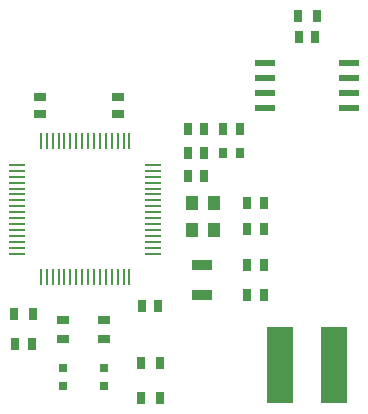
<source format=gtp>
G04 #@! TF.GenerationSoftware,KiCad,Pcbnew,5.1.6-c6e7f7d~87~ubuntu18.04.1*
G04 #@! TF.CreationDate,2020-09-12T14:51:29-04:00*
G04 #@! TF.ProjectId,ta-expt,74612d65-7870-4742-9e6b-696361645f70,rev?*
G04 #@! TF.SameCoordinates,Original*
G04 #@! TF.FileFunction,Paste,Top*
G04 #@! TF.FilePolarity,Positive*
%FSLAX46Y46*%
G04 Gerber Fmt 4.6, Leading zero omitted, Abs format (unit mm)*
G04 Created by KiCad (PCBNEW 5.1.6-c6e7f7d~87~ubuntu18.04.1) date 2020-09-12 14:51:29*
%MOMM*%
%LPD*%
G01*
G04 APERTURE LIST*
%ADD10R,2.200000X6.400000*%
%ADD11R,0.700000X1.000000*%
%ADD12R,1.000000X0.700000*%
%ADD13R,0.700000X0.940000*%
%ADD14R,0.800000X1.000000*%
%ADD15R,1.460000X0.250000*%
%ADD16R,0.250000X1.460000*%
%ADD17R,1.750000X0.600000*%
%ADD18R,0.700000X0.700000*%
%ADD19R,1.000000X1.200000*%
%ADD20R,1.700000X0.900000*%
G04 APERTURE END LIST*
D10*
X160900000Y-121200000D03*
X165500000Y-121200000D03*
D11*
X139900000Y-119400000D03*
X138500000Y-119400000D03*
D12*
X140600000Y-99900000D03*
X140600000Y-98500000D03*
X147200000Y-99900000D03*
X147200000Y-98500000D03*
D11*
X149200000Y-116200000D03*
X150600000Y-116200000D03*
X153100000Y-103200000D03*
X154500000Y-103200000D03*
X153100000Y-101200000D03*
X154500000Y-101200000D03*
X156100000Y-101200000D03*
X157500000Y-101200000D03*
D13*
X156100000Y-103200000D03*
X157500000Y-103200000D03*
D11*
X153100000Y-105200000D03*
X154500000Y-105200000D03*
X158100000Y-109700000D03*
X159500000Y-109700000D03*
X158100000Y-107500000D03*
X159500000Y-107500000D03*
X158100000Y-115300000D03*
X159500000Y-115300000D03*
X158100000Y-112700000D03*
X159500000Y-112700000D03*
X163900000Y-93400000D03*
X162500000Y-93400000D03*
D14*
X138400000Y-116900000D03*
X140000000Y-116900000D03*
D15*
X150138000Y-111750000D03*
X150138000Y-111250000D03*
X150138000Y-110750000D03*
X150138000Y-110250000D03*
X150138000Y-109750000D03*
X150138000Y-109250000D03*
X150138000Y-108750000D03*
X150138000Y-108250000D03*
X150138000Y-107750000D03*
X150138000Y-107250000D03*
X150138000Y-106750000D03*
X150138000Y-106250000D03*
X150138000Y-105750000D03*
X150138000Y-105250000D03*
X150138000Y-104750000D03*
X150138000Y-104250000D03*
D16*
X148150000Y-102262000D03*
X147650000Y-102262000D03*
X147150000Y-102262000D03*
X146650000Y-102262000D03*
X146150000Y-102262000D03*
X145650000Y-102262000D03*
X145150000Y-102262000D03*
X144650000Y-102262000D03*
X144150000Y-102262000D03*
X143650000Y-102262000D03*
X143150000Y-102262000D03*
X142650000Y-102262000D03*
X142150000Y-102262000D03*
X141650000Y-102262000D03*
X141150000Y-102262000D03*
X140650000Y-102262000D03*
D15*
X138662000Y-104250000D03*
X138662000Y-104750000D03*
X138662000Y-105250000D03*
X138662000Y-105750000D03*
X138662000Y-106250000D03*
X138662000Y-106750000D03*
X138662000Y-107250000D03*
X138662000Y-107750000D03*
X138662000Y-108250000D03*
X138662000Y-108750000D03*
X138662000Y-109250000D03*
X138662000Y-109750000D03*
X138662000Y-110250000D03*
X138662000Y-110750000D03*
X138662000Y-111250000D03*
X138662000Y-111750000D03*
D16*
X140650000Y-113738000D03*
X141150000Y-113738000D03*
X141650000Y-113738000D03*
X142150000Y-113738000D03*
X142650000Y-113738000D03*
X143150000Y-113738000D03*
X143650000Y-113738000D03*
X144150000Y-113738000D03*
X144650000Y-113738000D03*
X145150000Y-113738000D03*
X145650000Y-113738000D03*
X146150000Y-113738000D03*
X146650000Y-113738000D03*
X147150000Y-113738000D03*
X147650000Y-113738000D03*
X148150000Y-113738000D03*
D17*
X159668000Y-95595000D03*
X159668000Y-96865000D03*
X159668000Y-98135000D03*
X159668000Y-99405000D03*
X166732000Y-99405000D03*
X166732000Y-98135000D03*
X166732000Y-96865000D03*
X166732000Y-95595000D03*
D18*
X142500000Y-122950000D03*
X142500000Y-121450000D03*
X146000000Y-122950000D03*
X146000000Y-121450000D03*
D12*
X142500000Y-117400000D03*
X142500000Y-119000000D03*
X146000000Y-117400000D03*
X146000000Y-119000000D03*
D11*
X150700000Y-124000000D03*
X149100000Y-124000000D03*
X149100000Y-121000000D03*
X150700000Y-121000000D03*
X164000000Y-91600000D03*
X162400000Y-91600000D03*
D19*
X155350000Y-109750000D03*
X155350000Y-107450000D03*
X153450000Y-107450000D03*
X153450000Y-109750000D03*
D20*
X154300000Y-115275000D03*
X154300000Y-112725000D03*
M02*

</source>
